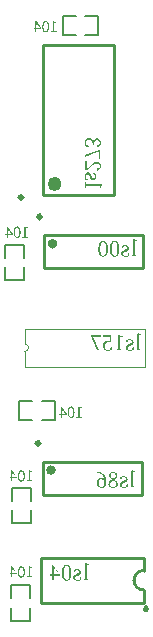
<source format=gbo>
G04 Layer: BottomSilkscreenLayer*
G04 EasyEDA v6.5.22, 2023-01-18 22:18:13*
G04 66d29df89567445d99ed279259f9073e,7be1179030e74d40a97a3c751b95adb4,10*
G04 Gerber Generator version 0.2*
G04 Scale: 100 percent, Rotated: No, Reflected: No *
G04 Dimensions in millimeters *
G04 leading zeros omitted , absolute positions ,4 integer and 5 decimal *
%FSLAX45Y45*%
%MOMM*%

%ADD10C,0.2540*%
%ADD11C,0.1001*%
%ADD12C,0.2000*%
%ADD13C,0.6000*%
%ADD14C,0.3000*%
%ADD15C,0.4000*%
%ADD16C,0.0102*%

%LPD*%
G36*
X3059684Y-2603500D02*
G01*
X3054451Y-2603855D01*
X3049524Y-2604922D01*
X3044901Y-2606649D01*
X3040583Y-2608986D01*
X3036671Y-2611983D01*
X3033166Y-2615488D01*
X3030067Y-2619603D01*
X3027476Y-2624175D01*
X3025394Y-2629204D01*
X3023870Y-2634742D01*
X3022904Y-2640634D01*
X3022600Y-2646934D01*
X3023006Y-2653944D01*
X3024174Y-2660396D01*
X3026156Y-2666288D01*
X3029051Y-2671521D01*
X3032810Y-2675991D01*
X3037484Y-2679649D01*
X3043123Y-2682443D01*
X3049778Y-2684272D01*
X3052470Y-2682544D01*
X3054350Y-2680360D01*
X3055518Y-2677769D01*
X3055874Y-2674874D01*
X3055162Y-2670962D01*
X3052876Y-2668117D01*
X3048914Y-2665984D01*
X3031490Y-2660904D01*
X3030474Y-2655214D01*
X3030220Y-2649728D01*
X3030778Y-2643174D01*
X3032404Y-2637332D01*
X3034995Y-2632354D01*
X3038500Y-2628188D01*
X3042818Y-2624886D01*
X3047898Y-2622499D01*
X3053638Y-2621026D01*
X3059938Y-2620518D01*
X3066440Y-2620975D01*
X3072282Y-2622397D01*
X3077311Y-2624785D01*
X3081528Y-2628087D01*
X3084880Y-2632354D01*
X3087370Y-2637536D01*
X3088894Y-2643682D01*
X3089402Y-2650744D01*
X3089402Y-2659888D01*
X3098292Y-2659888D01*
X3098292Y-2652268D01*
X3098749Y-2646019D01*
X3100070Y-2640431D01*
X3102254Y-2635554D01*
X3105302Y-2631490D01*
X3109163Y-2628188D01*
X3113836Y-2625801D01*
X3119272Y-2624328D01*
X3125470Y-2623820D01*
X3131210Y-2624226D01*
X3136239Y-2625445D01*
X3140506Y-2627426D01*
X3144012Y-2630170D01*
X3146755Y-2633624D01*
X3148736Y-2637739D01*
X3149955Y-2642565D01*
X3150362Y-2650083D01*
X3149955Y-2654757D01*
X3149346Y-2657348D01*
X3132886Y-2662377D01*
X3129178Y-2664612D01*
X3126943Y-2667558D01*
X3126232Y-2671572D01*
X3126587Y-2674467D01*
X3127756Y-2677007D01*
X3129889Y-2679090D01*
X3133090Y-2680716D01*
X3138982Y-2678887D01*
X3144113Y-2676042D01*
X3148431Y-2672334D01*
X3151936Y-2667914D01*
X3154680Y-2662783D01*
X3156661Y-2657094D01*
X3157829Y-2650896D01*
X3158236Y-2644394D01*
X3157626Y-2636316D01*
X3155899Y-2629103D01*
X3153156Y-2622804D01*
X3149396Y-2617520D01*
X3144723Y-2613253D01*
X3139287Y-2610154D01*
X3133090Y-2608224D01*
X3126232Y-2607564D01*
X3120796Y-2608021D01*
X3115665Y-2609342D01*
X3110890Y-2611577D01*
X3106572Y-2614625D01*
X3102711Y-2618486D01*
X3099257Y-2623210D01*
X3096361Y-2628696D01*
X3093974Y-2634996D01*
X3092043Y-2627426D01*
X3089351Y-2620975D01*
X3085896Y-2615539D01*
X3081782Y-2611170D01*
X3077057Y-2607767D01*
X3071774Y-2605379D01*
X3065932Y-2603957D01*
G37*
G36*
X3145790Y-2701544D02*
G01*
X3025140Y-2747518D01*
X3025140Y-2762504D01*
X3026918Y-2764282D01*
X3140202Y-2712466D01*
X3140202Y-2780538D01*
X3155442Y-2780538D01*
X3155442Y-2701544D01*
G37*
G36*
X3025140Y-2798318D02*
G01*
X3025140Y-2878328D01*
X3037332Y-2878328D01*
X3070606Y-2848864D01*
X3078480Y-2842209D01*
X3085795Y-2836468D01*
X3092602Y-2831642D01*
X3099003Y-2827731D01*
X3105150Y-2824734D01*
X3111093Y-2822600D01*
X3116884Y-2821330D01*
X3122676Y-2820924D01*
X3128670Y-2821381D01*
X3134055Y-2822600D01*
X3138830Y-2824683D01*
X3142792Y-2827426D01*
X3146044Y-2830880D01*
X3148380Y-2834944D01*
X3149854Y-2839618D01*
X3150362Y-2844800D01*
X3150158Y-2849524D01*
X3149346Y-2855214D01*
X3135122Y-2859278D01*
X3129330Y-2861208D01*
X3125470Y-2863545D01*
X3123336Y-2866440D01*
X3122676Y-2869946D01*
X3123082Y-2872841D01*
X3124301Y-2875432D01*
X3126232Y-2877616D01*
X3128772Y-2879344D01*
X3135680Y-2877667D01*
X3141624Y-2874772D01*
X3146704Y-2870809D01*
X3150819Y-2865983D01*
X3154070Y-2860344D01*
X3156407Y-2854096D01*
X3157778Y-2847340D01*
X3158236Y-2840228D01*
X3157931Y-2834233D01*
X3157067Y-2828798D01*
X3155696Y-2823972D01*
X3153816Y-2819654D01*
X3151428Y-2815894D01*
X3148584Y-2812643D01*
X3145332Y-2809951D01*
X3141675Y-2807716D01*
X3137662Y-2806039D01*
X3133293Y-2804871D01*
X3128619Y-2804160D01*
X3123692Y-2803906D01*
X3119526Y-2804109D01*
X3115462Y-2804769D01*
X3111449Y-2805938D01*
X3107385Y-2807563D01*
X3103168Y-2809748D01*
X3098800Y-2812491D01*
X3094126Y-2815894D01*
X3083712Y-2824581D01*
X3071215Y-2836113D01*
X3040126Y-2865882D01*
X3040126Y-2798318D01*
G37*
G36*
X3050286Y-2895600D02*
G01*
X3044850Y-2896209D01*
X3039770Y-2897987D01*
X3035046Y-2900984D01*
X3030931Y-2905150D01*
X3027476Y-2910484D01*
X3024835Y-2916936D01*
X3023209Y-2924505D01*
X3022600Y-2933192D01*
X3023057Y-2941167D01*
X3024479Y-2948482D01*
X3026765Y-2955544D01*
X3029966Y-2962656D01*
X3051302Y-2962910D01*
X3051302Y-2953512D01*
X3033268Y-2949448D01*
X3031947Y-2945892D01*
X3030982Y-2942031D01*
X3030423Y-2937865D01*
X3030220Y-2933446D01*
X3031337Y-2923540D01*
X3034538Y-2916580D01*
X3039414Y-2912465D01*
X3045714Y-2911094D01*
X3051454Y-2912110D01*
X3056026Y-2915361D01*
X3059887Y-2920949D01*
X3063494Y-2929128D01*
X3066542Y-2938272D01*
X3068675Y-2943352D01*
X3071012Y-2947974D01*
X3073704Y-2951988D01*
X3076702Y-2955442D01*
X3080105Y-2958185D01*
X3083915Y-2960217D01*
X3088182Y-2961487D01*
X3092958Y-2961894D01*
X3098190Y-2961335D01*
X3103219Y-2959709D01*
X3107791Y-2956966D01*
X3111906Y-2953207D01*
X3115310Y-2948381D01*
X3117900Y-2942590D01*
X3119577Y-2935833D01*
X3120136Y-2928112D01*
X3119628Y-2920542D01*
X3118053Y-2913684D01*
X3115513Y-2907233D01*
X3112008Y-2900934D01*
X3092450Y-2901442D01*
X3092450Y-2910332D01*
X3108960Y-2913888D01*
X3110484Y-2917494D01*
X3111601Y-2921000D01*
X3112262Y-2924556D01*
X3112516Y-2928112D01*
X3111500Y-2936341D01*
X3108553Y-2942285D01*
X3104032Y-2945942D01*
X3098292Y-2947162D01*
X3092500Y-2946146D01*
X3088132Y-2942996D01*
X3084525Y-2937306D01*
X3075787Y-2915564D01*
X3072942Y-2909976D01*
X3069844Y-2905353D01*
X3066491Y-2901696D01*
X3062884Y-2898952D01*
X3058972Y-2897073D01*
X3054807Y-2895955D01*
G37*
G36*
X3025140Y-2977896D02*
G01*
X3025140Y-3025648D01*
X3031236Y-3025648D01*
X3033268Y-3010154D01*
X3049676Y-3009950D01*
X3153664Y-3009900D01*
X3155188Y-3025648D01*
X3161030Y-3025648D01*
X3169158Y-2995676D01*
X3167634Y-2992882D01*
X3139948Y-2993898D01*
X3057906Y-2993847D01*
X3033268Y-2993390D01*
X3031236Y-2977896D01*
G37*
G36*
X3431794Y-3462782D02*
G01*
X3429000Y-3464306D01*
X3430015Y-3491992D01*
X3429965Y-3574034D01*
X3429508Y-3598672D01*
X3414014Y-3600704D01*
X3414014Y-3606800D01*
X3461765Y-3606800D01*
X3461765Y-3600704D01*
X3446272Y-3598672D01*
X3446068Y-3582263D01*
X3446018Y-3478276D01*
X3461765Y-3476751D01*
X3461765Y-3470910D01*
G37*
G36*
X3275076Y-3473704D02*
G01*
X3271265Y-3473907D01*
X3267506Y-3474567D01*
X3263798Y-3475736D01*
X3260140Y-3477310D01*
X3256635Y-3479444D01*
X3253282Y-3482035D01*
X3250082Y-3485235D01*
X3247136Y-3488944D01*
X3244392Y-3493211D01*
X3241954Y-3498087D01*
X3239770Y-3503574D01*
X3237941Y-3509721D01*
X3236468Y-3516477D01*
X3235350Y-3523894D01*
X3234690Y-3531971D01*
X3234436Y-3540760D01*
X3251962Y-3540760D01*
X3252165Y-3529736D01*
X3252825Y-3520033D01*
X3253892Y-3511702D01*
X3255314Y-3504539D01*
X3257042Y-3498494D01*
X3259023Y-3493566D01*
X3261309Y-3489553D01*
X3263798Y-3486454D01*
X3266440Y-3484219D01*
X3269234Y-3482695D01*
X3272129Y-3481832D01*
X3275076Y-3481578D01*
X3278174Y-3481832D01*
X3281172Y-3482695D01*
X3284067Y-3484219D01*
X3286810Y-3486454D01*
X3289350Y-3489553D01*
X3291687Y-3493566D01*
X3293770Y-3498494D01*
X3295548Y-3504539D01*
X3296970Y-3511702D01*
X3298037Y-3520033D01*
X3298698Y-3529736D01*
X3298951Y-3540760D01*
X3298698Y-3552139D01*
X3298037Y-3562096D01*
X3296970Y-3570732D01*
X3295548Y-3578148D01*
X3293770Y-3584346D01*
X3291687Y-3589426D01*
X3289350Y-3593541D01*
X3286810Y-3596690D01*
X3284067Y-3599027D01*
X3281172Y-3600551D01*
X3278174Y-3601465D01*
X3275076Y-3601720D01*
X3272129Y-3601415D01*
X3269234Y-3600551D01*
X3266440Y-3598976D01*
X3263798Y-3596640D01*
X3261309Y-3593439D01*
X3259023Y-3589324D01*
X3257042Y-3584194D01*
X3255314Y-3577996D01*
X3253892Y-3570630D01*
X3252825Y-3562045D01*
X3252165Y-3552088D01*
X3251962Y-3540760D01*
X3234436Y-3540760D01*
X3234690Y-3549802D01*
X3235350Y-3558133D01*
X3236468Y-3565753D01*
X3237941Y-3572713D01*
X3239770Y-3578961D01*
X3241954Y-3584549D01*
X3244392Y-3589528D01*
X3247136Y-3593896D01*
X3250082Y-3597706D01*
X3253282Y-3600907D01*
X3256635Y-3603548D01*
X3260140Y-3605682D01*
X3263798Y-3607308D01*
X3267506Y-3608476D01*
X3271265Y-3609136D01*
X3275076Y-3609340D01*
X3278987Y-3609136D01*
X3282899Y-3608476D01*
X3286709Y-3607308D01*
X3290417Y-3605682D01*
X3293973Y-3603548D01*
X3297377Y-3600907D01*
X3300577Y-3597706D01*
X3303574Y-3593896D01*
X3306318Y-3589528D01*
X3308756Y-3584549D01*
X3310940Y-3578961D01*
X3312769Y-3572713D01*
X3314242Y-3565753D01*
X3315309Y-3558133D01*
X3315970Y-3549802D01*
X3316224Y-3540760D01*
X3315970Y-3531971D01*
X3315309Y-3523894D01*
X3314242Y-3516477D01*
X3312769Y-3509721D01*
X3310940Y-3503574D01*
X3308756Y-3498087D01*
X3306318Y-3493211D01*
X3303574Y-3488944D01*
X3300577Y-3485235D01*
X3297377Y-3482035D01*
X3293973Y-3479444D01*
X3290417Y-3477310D01*
X3286709Y-3475736D01*
X3282899Y-3474567D01*
X3278987Y-3473907D01*
G37*
G36*
X3177540Y-3473704D02*
G01*
X3173679Y-3473907D01*
X3169869Y-3474567D01*
X3166160Y-3475736D01*
X3162503Y-3477310D01*
X3158998Y-3479444D01*
X3155645Y-3482035D01*
X3152444Y-3485235D01*
X3149498Y-3488944D01*
X3146806Y-3493211D01*
X3144316Y-3498087D01*
X3142183Y-3503574D01*
X3140354Y-3509721D01*
X3138881Y-3516477D01*
X3137814Y-3523894D01*
X3137154Y-3531971D01*
X3136900Y-3540760D01*
X3154426Y-3540760D01*
X3154629Y-3529736D01*
X3155289Y-3520033D01*
X3156356Y-3511702D01*
X3157778Y-3504539D01*
X3159506Y-3498494D01*
X3161487Y-3493566D01*
X3163773Y-3489553D01*
X3166262Y-3486454D01*
X3168904Y-3484219D01*
X3171698Y-3482695D01*
X3174593Y-3481832D01*
X3177540Y-3481578D01*
X3180638Y-3481832D01*
X3183636Y-3482695D01*
X3186531Y-3484219D01*
X3189274Y-3486454D01*
X3191814Y-3489553D01*
X3194151Y-3493566D01*
X3196234Y-3498494D01*
X3198012Y-3504539D01*
X3199434Y-3511702D01*
X3200501Y-3520033D01*
X3201162Y-3529736D01*
X3201416Y-3540760D01*
X3201162Y-3552139D01*
X3200501Y-3562096D01*
X3199434Y-3570732D01*
X3198012Y-3578148D01*
X3196234Y-3584346D01*
X3194151Y-3589426D01*
X3191814Y-3593541D01*
X3189274Y-3596690D01*
X3186531Y-3599027D01*
X3183636Y-3600551D01*
X3180638Y-3601465D01*
X3177540Y-3601720D01*
X3174593Y-3601415D01*
X3171698Y-3600551D01*
X3168904Y-3598976D01*
X3166262Y-3596640D01*
X3163773Y-3593439D01*
X3161487Y-3589324D01*
X3159506Y-3584194D01*
X3157778Y-3577996D01*
X3156356Y-3570630D01*
X3155289Y-3562045D01*
X3154629Y-3552088D01*
X3154426Y-3540760D01*
X3136900Y-3540760D01*
X3137154Y-3549802D01*
X3137814Y-3558133D01*
X3138881Y-3565753D01*
X3140354Y-3572713D01*
X3142183Y-3578961D01*
X3144316Y-3584549D01*
X3146806Y-3589528D01*
X3149498Y-3593896D01*
X3152444Y-3597706D01*
X3155645Y-3600907D01*
X3158998Y-3603548D01*
X3162503Y-3605682D01*
X3166160Y-3607308D01*
X3169869Y-3608476D01*
X3173679Y-3609136D01*
X3177540Y-3609340D01*
X3181451Y-3609136D01*
X3185261Y-3608476D01*
X3189071Y-3607308D01*
X3192729Y-3605682D01*
X3196234Y-3603548D01*
X3199638Y-3600907D01*
X3202838Y-3597706D01*
X3205784Y-3593896D01*
X3208528Y-3589528D01*
X3210966Y-3584549D01*
X3213150Y-3578961D01*
X3214979Y-3572713D01*
X3216452Y-3565753D01*
X3217519Y-3558133D01*
X3218180Y-3549802D01*
X3218434Y-3540760D01*
X3218180Y-3531971D01*
X3217519Y-3523894D01*
X3216452Y-3516477D01*
X3214979Y-3509721D01*
X3213150Y-3503574D01*
X3210966Y-3498087D01*
X3208528Y-3493211D01*
X3205784Y-3488944D01*
X3202838Y-3485235D01*
X3199638Y-3482035D01*
X3196234Y-3479444D01*
X3192729Y-3477310D01*
X3189071Y-3475736D01*
X3185261Y-3474567D01*
X3181451Y-3473907D01*
G37*
G36*
X3364229Y-3511804D02*
G01*
X3356660Y-3512312D01*
X3349802Y-3513886D01*
X3343351Y-3516426D01*
X3337051Y-3519932D01*
X3337560Y-3539490D01*
X3346450Y-3539490D01*
X3350006Y-3522979D01*
X3353562Y-3521456D01*
X3357118Y-3520338D01*
X3360674Y-3519678D01*
X3364229Y-3519424D01*
X3372459Y-3520440D01*
X3378403Y-3523386D01*
X3382060Y-3527907D01*
X3383279Y-3533648D01*
X3382264Y-3539439D01*
X3379063Y-3543808D01*
X3373424Y-3547414D01*
X3351682Y-3556152D01*
X3346094Y-3558997D01*
X3341471Y-3562096D01*
X3337814Y-3565448D01*
X3335070Y-3569055D01*
X3333191Y-3572967D01*
X3332073Y-3577132D01*
X3331718Y-3581654D01*
X3332327Y-3587089D01*
X3334105Y-3592169D01*
X3337102Y-3596894D01*
X3341268Y-3601008D01*
X3346602Y-3604463D01*
X3353054Y-3607104D01*
X3360623Y-3608730D01*
X3369310Y-3609340D01*
X3377285Y-3608882D01*
X3384600Y-3607460D01*
X3391662Y-3605174D01*
X3398774Y-3601974D01*
X3399028Y-3580637D01*
X3389629Y-3580637D01*
X3385565Y-3598672D01*
X3382010Y-3599992D01*
X3378149Y-3600958D01*
X3373983Y-3601516D01*
X3369564Y-3601720D01*
X3359658Y-3600602D01*
X3352647Y-3597401D01*
X3348583Y-3592525D01*
X3347212Y-3586226D01*
X3348228Y-3580485D01*
X3351377Y-3575913D01*
X3356965Y-3572052D01*
X3365246Y-3568446D01*
X3374390Y-3565398D01*
X3379470Y-3563264D01*
X3384092Y-3560927D01*
X3388106Y-3558235D01*
X3391509Y-3555237D01*
X3394303Y-3551834D01*
X3396335Y-3548024D01*
X3397605Y-3543757D01*
X3398012Y-3538982D01*
X3397453Y-3533749D01*
X3395827Y-3528720D01*
X3393084Y-3524148D01*
X3389325Y-3520033D01*
X3384499Y-3516629D01*
X3378708Y-3514039D01*
X3371951Y-3512362D01*
G37*
G36*
X3469894Y-4258564D02*
G01*
X3467100Y-4260088D01*
X3468115Y-4287774D01*
X3468065Y-4369816D01*
X3467608Y-4394454D01*
X3452114Y-4396486D01*
X3452114Y-4402582D01*
X3499865Y-4402582D01*
X3499865Y-4396486D01*
X3484372Y-4394454D01*
X3484168Y-4378045D01*
X3484118Y-4274058D01*
X3499865Y-4272534D01*
X3499865Y-4266692D01*
G37*
G36*
X3305556Y-4270248D02*
G01*
X3302762Y-4272280D01*
X3303524Y-4300220D01*
X3303473Y-4377029D01*
X3303270Y-4392676D01*
X3275838Y-4396486D01*
X3275838Y-4402582D01*
X3347720Y-4402582D01*
X3347720Y-4396486D01*
X3320034Y-4392676D01*
X3319526Y-4361434D01*
X3319526Y-4284980D01*
X3345434Y-4287520D01*
X3345434Y-4280662D01*
G37*
G36*
X3179064Y-4272280D02*
G01*
X3179064Y-4287520D01*
X3235198Y-4287520D01*
X3237738Y-4324350D01*
X3232861Y-4323080D01*
X3228035Y-4322165D01*
X3223107Y-4321708D01*
X3217926Y-4321556D01*
X3211779Y-4321860D01*
X3205988Y-4322775D01*
X3200603Y-4324248D01*
X3195624Y-4326331D01*
X3191154Y-4328972D01*
X3187192Y-4332173D01*
X3183737Y-4335932D01*
X3180842Y-4340199D01*
X3178556Y-4345025D01*
X3176879Y-4350359D01*
X3175863Y-4356150D01*
X3175508Y-4362450D01*
X3175863Y-4368647D01*
X3176930Y-4374438D01*
X3178708Y-4379823D01*
X3181146Y-4384802D01*
X3184194Y-4389323D01*
X3187852Y-4393336D01*
X3192119Y-4396790D01*
X3196894Y-4399686D01*
X3202178Y-4402023D01*
X3207969Y-4403750D01*
X3214268Y-4404766D01*
X3220974Y-4405122D01*
X3227984Y-4404715D01*
X3234334Y-4403394D01*
X3239973Y-4401261D01*
X3244951Y-4398314D01*
X3249168Y-4394454D01*
X3252673Y-4389780D01*
X3255365Y-4384294D01*
X3257296Y-4377944D01*
X3255670Y-4375302D01*
X3253536Y-4373372D01*
X3250946Y-4372203D01*
X3247898Y-4371848D01*
X3244240Y-4372406D01*
X3241446Y-4374438D01*
X3239312Y-4378147D01*
X3234182Y-4395724D01*
X3228187Y-4397095D01*
X3221990Y-4397502D01*
X3215233Y-4396892D01*
X3209340Y-4395165D01*
X3204311Y-4392320D01*
X3200095Y-4388459D01*
X3196844Y-4383633D01*
X3194456Y-4377893D01*
X3193034Y-4371340D01*
X3192526Y-4363974D01*
X3193084Y-4356709D01*
X3194659Y-4350308D01*
X3197301Y-4344822D01*
X3200806Y-4340250D01*
X3205226Y-4336694D01*
X3210407Y-4334052D01*
X3216351Y-4332478D01*
X3223006Y-4331970D01*
X3227628Y-4332122D01*
X3232302Y-4332579D01*
X3237026Y-4333341D01*
X3241802Y-4334510D01*
X3246628Y-4332986D01*
X3242564Y-4272280D01*
G37*
G36*
X3078226Y-4272280D02*
G01*
X3078226Y-4281932D01*
X3124200Y-4402582D01*
X3139186Y-4402582D01*
X3140964Y-4400804D01*
X3088894Y-4287520D01*
X3157220Y-4287520D01*
X3157220Y-4272280D01*
G37*
G36*
X3402329Y-4307586D02*
G01*
X3394760Y-4308094D01*
X3387902Y-4309668D01*
X3381451Y-4312208D01*
X3375151Y-4315714D01*
X3375660Y-4335272D01*
X3384550Y-4335272D01*
X3388106Y-4318762D01*
X3391662Y-4317238D01*
X3395218Y-4316120D01*
X3398774Y-4315460D01*
X3402329Y-4315206D01*
X3410559Y-4316272D01*
X3416503Y-4319168D01*
X3420160Y-4323689D01*
X3421379Y-4329430D01*
X3420364Y-4335221D01*
X3417163Y-4339590D01*
X3411524Y-4343196D01*
X3389782Y-4351934D01*
X3384194Y-4354779D01*
X3379571Y-4357878D01*
X3375914Y-4361230D01*
X3373170Y-4364837D01*
X3371291Y-4368749D01*
X3370173Y-4372914D01*
X3369818Y-4377436D01*
X3370427Y-4382871D01*
X3372205Y-4388002D01*
X3375202Y-4392676D01*
X3379368Y-4396790D01*
X3384702Y-4400245D01*
X3391154Y-4402886D01*
X3398723Y-4404512D01*
X3407410Y-4405122D01*
X3415385Y-4404664D01*
X3422700Y-4403242D01*
X3429762Y-4400956D01*
X3436874Y-4397756D01*
X3437128Y-4376420D01*
X3427729Y-4376420D01*
X3423665Y-4394454D01*
X3420110Y-4395774D01*
X3416249Y-4396740D01*
X3412083Y-4397298D01*
X3407664Y-4397502D01*
X3397758Y-4396384D01*
X3390747Y-4393184D01*
X3386683Y-4388307D01*
X3385312Y-4382008D01*
X3386328Y-4376267D01*
X3389477Y-4371695D01*
X3395065Y-4367834D01*
X3403346Y-4364228D01*
X3412490Y-4361180D01*
X3417570Y-4359046D01*
X3422192Y-4356709D01*
X3426206Y-4354017D01*
X3429609Y-4351020D01*
X3432403Y-4347616D01*
X3434435Y-4343806D01*
X3435705Y-4339539D01*
X3436112Y-4334764D01*
X3435553Y-4329531D01*
X3433927Y-4324502D01*
X3431184Y-4319930D01*
X3427425Y-4315815D01*
X3422599Y-4312412D01*
X3416808Y-4309821D01*
X3410051Y-4308195D01*
G37*
G36*
X3419094Y-5418582D02*
G01*
X3416300Y-5420106D01*
X3417315Y-5447792D01*
X3417265Y-5529834D01*
X3416808Y-5554472D01*
X3401314Y-5556504D01*
X3401314Y-5562600D01*
X3449065Y-5562600D01*
X3449065Y-5556504D01*
X3433572Y-5554472D01*
X3433368Y-5538063D01*
X3433318Y-5434076D01*
X3449065Y-5432552D01*
X3449065Y-5426710D01*
G37*
G36*
X3262122Y-5429504D02*
G01*
X3254806Y-5430113D01*
X3248253Y-5431790D01*
X3242564Y-5434533D01*
X3237788Y-5438190D01*
X3233928Y-5442661D01*
X3231134Y-5447842D01*
X3229457Y-5453634D01*
X3228872Y-5459730D01*
X3242564Y-5459730D01*
X3243935Y-5451297D01*
X3247847Y-5444185D01*
X3254146Y-5439206D01*
X3262629Y-5437378D01*
X3270808Y-5438851D01*
X3277565Y-5443067D01*
X3282238Y-5449722D01*
X3283965Y-5458460D01*
X3283712Y-5462524D01*
X3282797Y-5466537D01*
X3281222Y-5470550D01*
X3278784Y-5474512D01*
X3275380Y-5478424D01*
X3270910Y-5482285D01*
X3265271Y-5486146D01*
X3258312Y-5489956D01*
X3250946Y-5483301D01*
X3246069Y-5476392D01*
X3243376Y-5468670D01*
X3242564Y-5459730D01*
X3228872Y-5459730D01*
X3229102Y-5463946D01*
X3229965Y-5468010D01*
X3231489Y-5472176D01*
X3233775Y-5476392D01*
X3236874Y-5480558D01*
X3240938Y-5484723D01*
X3246018Y-5488787D01*
X3252215Y-5492750D01*
X3245205Y-5496407D01*
X3239211Y-5500268D01*
X3234131Y-5504332D01*
X3230067Y-5508701D01*
X3226968Y-5513476D01*
X3224733Y-5518658D01*
X3223463Y-5524347D01*
X3223006Y-5530596D01*
X3223187Y-5533136D01*
X3238500Y-5533136D01*
X3238855Y-5528818D01*
X3239973Y-5524703D01*
X3241954Y-5520740D01*
X3244900Y-5516930D01*
X3248964Y-5513120D01*
X3254146Y-5509361D01*
X3260598Y-5505551D01*
X3268472Y-5501640D01*
X3272942Y-5504637D01*
X3276752Y-5507685D01*
X3280003Y-5510885D01*
X3282645Y-5514289D01*
X3284677Y-5517997D01*
X3286099Y-5522010D01*
X3286963Y-5526481D01*
X3287268Y-5531358D01*
X3286810Y-5536996D01*
X3285439Y-5542127D01*
X3283254Y-5546648D01*
X3280308Y-5550458D01*
X3276650Y-5553557D01*
X3272383Y-5555843D01*
X3267506Y-5557266D01*
X3262122Y-5557774D01*
X3257042Y-5557316D01*
X3252419Y-5555996D01*
X3248406Y-5553862D01*
X3245002Y-5550966D01*
X3242208Y-5547410D01*
X3240176Y-5543194D01*
X3238906Y-5538419D01*
X3238500Y-5533136D01*
X3223187Y-5533136D01*
X3223361Y-5535574D01*
X3224377Y-5540298D01*
X3226003Y-5544667D01*
X3228187Y-5548680D01*
X3230981Y-5552338D01*
X3234232Y-5555589D01*
X3237992Y-5558383D01*
X3242208Y-5560771D01*
X3246780Y-5562650D01*
X3251758Y-5564022D01*
X3257042Y-5564835D01*
X3262629Y-5565140D01*
X3268421Y-5564886D01*
X3273907Y-5564174D01*
X3278987Y-5563057D01*
X3283661Y-5561431D01*
X3287877Y-5559348D01*
X3291636Y-5556859D01*
X3294938Y-5553913D01*
X3297682Y-5550560D01*
X3299866Y-5546801D01*
X3301441Y-5542635D01*
X3302406Y-5538063D01*
X3302762Y-5533136D01*
X3302304Y-5527700D01*
X3300984Y-5522671D01*
X3298748Y-5517946D01*
X3295599Y-5513578D01*
X3291636Y-5509463D01*
X3286810Y-5505653D01*
X3281121Y-5501995D01*
X3274567Y-5498592D01*
X3280511Y-5494934D01*
X3285540Y-5491022D01*
X3289706Y-5486857D01*
X3293008Y-5482386D01*
X3295548Y-5477713D01*
X3297326Y-5472734D01*
X3298342Y-5467502D01*
X3298698Y-5462016D01*
X3297936Y-5454853D01*
X3295853Y-5448452D01*
X3292500Y-5442915D01*
X3288029Y-5438241D01*
X3282645Y-5434482D01*
X3276396Y-5431739D01*
X3269538Y-5430062D01*
G37*
G36*
X3131058Y-5429504D02*
G01*
X3130042Y-5434838D01*
X3136798Y-5436616D01*
X3143046Y-5438648D01*
X3148939Y-5440934D01*
X3154375Y-5443524D01*
X3159353Y-5446369D01*
X3163976Y-5449468D01*
X3168142Y-5452872D01*
X3171901Y-5456580D01*
X3175304Y-5460492D01*
X3178302Y-5464708D01*
X3180943Y-5469229D01*
X3183178Y-5474004D01*
X3185007Y-5479034D01*
X3186531Y-5484368D01*
X3187649Y-5489956D01*
X3188462Y-5495798D01*
X3182010Y-5490260D01*
X3174949Y-5486196D01*
X3167380Y-5483707D01*
X3159506Y-5482844D01*
X3154324Y-5483148D01*
X3149447Y-5484114D01*
X3144926Y-5485638D01*
X3140811Y-5487720D01*
X3137052Y-5490362D01*
X3133750Y-5493562D01*
X3130854Y-5497220D01*
X3128416Y-5501335D01*
X3126486Y-5505907D01*
X3125114Y-5510885D01*
X3124250Y-5516219D01*
X3123946Y-5521960D01*
X3124110Y-5525008D01*
X3140710Y-5525008D01*
X3141116Y-5517388D01*
X3142386Y-5510885D01*
X3144418Y-5505450D01*
X3147110Y-5501081D01*
X3150463Y-5497728D01*
X3154426Y-5495340D01*
X3158896Y-5493969D01*
X3163824Y-5493512D01*
X3170224Y-5494020D01*
X3176676Y-5495645D01*
X3183026Y-5498541D01*
X3188970Y-5502910D01*
X3188766Y-5514797D01*
X3188157Y-5522214D01*
X3187192Y-5528919D01*
X3185871Y-5534914D01*
X3184194Y-5540197D01*
X3182162Y-5544769D01*
X3179775Y-5548680D01*
X3177082Y-5551881D01*
X3174085Y-5554319D01*
X3170783Y-5556097D01*
X3167176Y-5557164D01*
X3163316Y-5557520D01*
X3158540Y-5557012D01*
X3154222Y-5555488D01*
X3150362Y-5552998D01*
X3147060Y-5549442D01*
X3144367Y-5544870D01*
X3142386Y-5539282D01*
X3141116Y-5532678D01*
X3140710Y-5525008D01*
X3124110Y-5525008D01*
X3124301Y-5528564D01*
X3125266Y-5534660D01*
X3126892Y-5540298D01*
X3129076Y-5545328D01*
X3131870Y-5549849D01*
X3135122Y-5553862D01*
X3138881Y-5557215D01*
X3143097Y-5560060D01*
X3147720Y-5562244D01*
X3152749Y-5563870D01*
X3158134Y-5564835D01*
X3163824Y-5565140D01*
X3170072Y-5564733D01*
X3175965Y-5563412D01*
X3181350Y-5561330D01*
X3186277Y-5558434D01*
X3190697Y-5554776D01*
X3194608Y-5550357D01*
X3198012Y-5545175D01*
X3200806Y-5539333D01*
X3203041Y-5532780D01*
X3204667Y-5525566D01*
X3205632Y-5517743D01*
X3205988Y-5509260D01*
X3205784Y-5503265D01*
X3205175Y-5497423D01*
X3204210Y-5491683D01*
X3202787Y-5486095D01*
X3201009Y-5480710D01*
X3198876Y-5475427D01*
X3196336Y-5470398D01*
X3193440Y-5465521D01*
X3190189Y-5460898D01*
X3186531Y-5456529D01*
X3182518Y-5452414D01*
X3178149Y-5448554D01*
X3173476Y-5444998D01*
X3168396Y-5441746D01*
X3163011Y-5438800D01*
X3157270Y-5436209D01*
X3151225Y-5433923D01*
X3144824Y-5432094D01*
X3138119Y-5430570D01*
G37*
G36*
X3351529Y-5467604D02*
G01*
X3343960Y-5468112D01*
X3337102Y-5469686D01*
X3330651Y-5472226D01*
X3324351Y-5475732D01*
X3324860Y-5495290D01*
X3333750Y-5495290D01*
X3337306Y-5478780D01*
X3340862Y-5477256D01*
X3344418Y-5476138D01*
X3347974Y-5475478D01*
X3351529Y-5475224D01*
X3359759Y-5476290D01*
X3365703Y-5479186D01*
X3369360Y-5483707D01*
X3370579Y-5489448D01*
X3369564Y-5495239D01*
X3366363Y-5499608D01*
X3360724Y-5503214D01*
X3338982Y-5511952D01*
X3333394Y-5514797D01*
X3328771Y-5517896D01*
X3325114Y-5521248D01*
X3322370Y-5524855D01*
X3320491Y-5528767D01*
X3319373Y-5532932D01*
X3319018Y-5537454D01*
X3319627Y-5542889D01*
X3321405Y-5548020D01*
X3324402Y-5552694D01*
X3328568Y-5556808D01*
X3333902Y-5560263D01*
X3340354Y-5562904D01*
X3347923Y-5564530D01*
X3356610Y-5565140D01*
X3364585Y-5564682D01*
X3371900Y-5563260D01*
X3378962Y-5560974D01*
X3386074Y-5557774D01*
X3386328Y-5536438D01*
X3376929Y-5536438D01*
X3372865Y-5554472D01*
X3369310Y-5555792D01*
X3365449Y-5556758D01*
X3361283Y-5557316D01*
X3356864Y-5557520D01*
X3346958Y-5556402D01*
X3339947Y-5553202D01*
X3335883Y-5548325D01*
X3334512Y-5542026D01*
X3335528Y-5536285D01*
X3338677Y-5531713D01*
X3344265Y-5527852D01*
X3352546Y-5524246D01*
X3361690Y-5521198D01*
X3366770Y-5519064D01*
X3371392Y-5516727D01*
X3375406Y-5514035D01*
X3378809Y-5511038D01*
X3381603Y-5507634D01*
X3383635Y-5503824D01*
X3384905Y-5499557D01*
X3385312Y-5494782D01*
X3384753Y-5489549D01*
X3383127Y-5484520D01*
X3380384Y-5479948D01*
X3376625Y-5475884D01*
X3371799Y-5472430D01*
X3366008Y-5469839D01*
X3359251Y-5468213D01*
G37*
G36*
X3025394Y-6205982D02*
G01*
X3022600Y-6207506D01*
X3023616Y-6235192D01*
X3023565Y-6317234D01*
X3023108Y-6341872D01*
X3007614Y-6343904D01*
X3007614Y-6350000D01*
X3055366Y-6350000D01*
X3055366Y-6343904D01*
X3039872Y-6341872D01*
X3039668Y-6325463D01*
X3039618Y-6221476D01*
X3055366Y-6219952D01*
X3055366Y-6214110D01*
G37*
G36*
X2868676Y-6216904D02*
G01*
X2864866Y-6217107D01*
X2861106Y-6217767D01*
X2857398Y-6218936D01*
X2853740Y-6220510D01*
X2850235Y-6222644D01*
X2846882Y-6225235D01*
X2843682Y-6228435D01*
X2840736Y-6232144D01*
X2837992Y-6236411D01*
X2835554Y-6241288D01*
X2833370Y-6246774D01*
X2831541Y-6252921D01*
X2830068Y-6259677D01*
X2828950Y-6267094D01*
X2828290Y-6275171D01*
X2828036Y-6283960D01*
X2845562Y-6283960D01*
X2845765Y-6272936D01*
X2846425Y-6263233D01*
X2847492Y-6254902D01*
X2848914Y-6247739D01*
X2850642Y-6241694D01*
X2852623Y-6236766D01*
X2854909Y-6232753D01*
X2857398Y-6229654D01*
X2860040Y-6227419D01*
X2862834Y-6225895D01*
X2865729Y-6225032D01*
X2868676Y-6224778D01*
X2871774Y-6225032D01*
X2874772Y-6225895D01*
X2877667Y-6227419D01*
X2880410Y-6229654D01*
X2882950Y-6232753D01*
X2885287Y-6236766D01*
X2887370Y-6241694D01*
X2889148Y-6247739D01*
X2890570Y-6254902D01*
X2891637Y-6263233D01*
X2892298Y-6272936D01*
X2892552Y-6283960D01*
X2892298Y-6295339D01*
X2891637Y-6305296D01*
X2890570Y-6313932D01*
X2889148Y-6321348D01*
X2887370Y-6327546D01*
X2885287Y-6332626D01*
X2882950Y-6336741D01*
X2880410Y-6339890D01*
X2877667Y-6342227D01*
X2874772Y-6343751D01*
X2871774Y-6344666D01*
X2868676Y-6344920D01*
X2865729Y-6344615D01*
X2862834Y-6343751D01*
X2860040Y-6342176D01*
X2857398Y-6339840D01*
X2854909Y-6336639D01*
X2852623Y-6332524D01*
X2850642Y-6327394D01*
X2848914Y-6321196D01*
X2847492Y-6313830D01*
X2846425Y-6305245D01*
X2845765Y-6295288D01*
X2845562Y-6283960D01*
X2828036Y-6283960D01*
X2828290Y-6293002D01*
X2828950Y-6301333D01*
X2830068Y-6308953D01*
X2831541Y-6315913D01*
X2833370Y-6322161D01*
X2835554Y-6327749D01*
X2837992Y-6332728D01*
X2840736Y-6337096D01*
X2843682Y-6340906D01*
X2846882Y-6344107D01*
X2850235Y-6346748D01*
X2853740Y-6348882D01*
X2857398Y-6350508D01*
X2861106Y-6351676D01*
X2864866Y-6352336D01*
X2868676Y-6352540D01*
X2872587Y-6352336D01*
X2876499Y-6351676D01*
X2880309Y-6350508D01*
X2884017Y-6348882D01*
X2887573Y-6346748D01*
X2890977Y-6344107D01*
X2894177Y-6340906D01*
X2897174Y-6337096D01*
X2899918Y-6332728D01*
X2902356Y-6327749D01*
X2904540Y-6322161D01*
X2906369Y-6315913D01*
X2907842Y-6308953D01*
X2908909Y-6301333D01*
X2909570Y-6293002D01*
X2909824Y-6283960D01*
X2909570Y-6275171D01*
X2908909Y-6267094D01*
X2907842Y-6259677D01*
X2906369Y-6252921D01*
X2904540Y-6246774D01*
X2902356Y-6241288D01*
X2899918Y-6236411D01*
X2897174Y-6232144D01*
X2894177Y-6228435D01*
X2890977Y-6225235D01*
X2887573Y-6222644D01*
X2884017Y-6220510D01*
X2880309Y-6218936D01*
X2876499Y-6217767D01*
X2872587Y-6217107D01*
G37*
G36*
X2746248Y-6217666D02*
G01*
X2746248Y-6235954D01*
X2761996Y-6235954D01*
X2804922Y-6298184D01*
X2761996Y-6298184D01*
X2761996Y-6235954D01*
X2746248Y-6235954D01*
X2746248Y-6298184D01*
X2725674Y-6298184D01*
X2725674Y-6309360D01*
X2746248Y-6309360D01*
X2746248Y-6350000D01*
X2761996Y-6350000D01*
X2761996Y-6309360D01*
X2814828Y-6309360D01*
X2814828Y-6299962D01*
X2757170Y-6217666D01*
G37*
G36*
X2957830Y-6255004D02*
G01*
X2950260Y-6255512D01*
X2943402Y-6257086D01*
X2936951Y-6259626D01*
X2930652Y-6263132D01*
X2931160Y-6282690D01*
X2940050Y-6282690D01*
X2943606Y-6266180D01*
X2947162Y-6264656D01*
X2950718Y-6263538D01*
X2954223Y-6262878D01*
X2957830Y-6262624D01*
X2966059Y-6263640D01*
X2972003Y-6266586D01*
X2975660Y-6271107D01*
X2976880Y-6276848D01*
X2975864Y-6282639D01*
X2972663Y-6287008D01*
X2967024Y-6290614D01*
X2945282Y-6299352D01*
X2939694Y-6302197D01*
X2935071Y-6305296D01*
X2931414Y-6308648D01*
X2928670Y-6312255D01*
X2926791Y-6316167D01*
X2925673Y-6320332D01*
X2925318Y-6324854D01*
X2925927Y-6330289D01*
X2927705Y-6335369D01*
X2930702Y-6340094D01*
X2934868Y-6344208D01*
X2940202Y-6347663D01*
X2946654Y-6350304D01*
X2954223Y-6351930D01*
X2962910Y-6352540D01*
X2970885Y-6352082D01*
X2978200Y-6350660D01*
X2985262Y-6348374D01*
X2992374Y-6345174D01*
X2992628Y-6323838D01*
X2983230Y-6323838D01*
X2979166Y-6341872D01*
X2975610Y-6343192D01*
X2971749Y-6344158D01*
X2967583Y-6344716D01*
X2963164Y-6344920D01*
X2953258Y-6343802D01*
X2946247Y-6340602D01*
X2942183Y-6335725D01*
X2940812Y-6329426D01*
X2941828Y-6323685D01*
X2944977Y-6319113D01*
X2950565Y-6315252D01*
X2958846Y-6311646D01*
X2967990Y-6308598D01*
X2973070Y-6306464D01*
X2977692Y-6304127D01*
X2981706Y-6301435D01*
X2985109Y-6298438D01*
X2987903Y-6295034D01*
X2989935Y-6291224D01*
X2991154Y-6286957D01*
X2991612Y-6282182D01*
X2991053Y-6276949D01*
X2989427Y-6271920D01*
X2986684Y-6267348D01*
X2982925Y-6263233D01*
X2978099Y-6259830D01*
X2972308Y-6257239D01*
X2965551Y-6255562D01*
G37*
G36*
X2691130Y-1612900D02*
G01*
X2686913Y-1613204D01*
X2682951Y-1614220D01*
X2679344Y-1615846D01*
X2676042Y-1618132D01*
X2673045Y-1621078D01*
X2670454Y-1624685D01*
X2668219Y-1628952D01*
X2666339Y-1633931D01*
X2664866Y-1639570D01*
X2663799Y-1645920D01*
X2663139Y-1652930D01*
X2662936Y-1660652D01*
X2672842Y-1660652D01*
X2673197Y-1651152D01*
X2674162Y-1643024D01*
X2675737Y-1636268D01*
X2677871Y-1630781D01*
X2680563Y-1626565D01*
X2683662Y-1623618D01*
X2687218Y-1621840D01*
X2691130Y-1621282D01*
X2695143Y-1621840D01*
X2698750Y-1623618D01*
X2701899Y-1626565D01*
X2704592Y-1630781D01*
X2706725Y-1636268D01*
X2708351Y-1643024D01*
X2709316Y-1651152D01*
X2709672Y-1660652D01*
X2709316Y-1670253D01*
X2708351Y-1678482D01*
X2706725Y-1685391D01*
X2704592Y-1691030D01*
X2701899Y-1695297D01*
X2698750Y-1698345D01*
X2695143Y-1700174D01*
X2691130Y-1700784D01*
X2687218Y-1700174D01*
X2683662Y-1698345D01*
X2680563Y-1695297D01*
X2677871Y-1691030D01*
X2675737Y-1685391D01*
X2674162Y-1678482D01*
X2673197Y-1670253D01*
X2672842Y-1660652D01*
X2662936Y-1660652D01*
X2663139Y-1668373D01*
X2663799Y-1675434D01*
X2664866Y-1681835D01*
X2666339Y-1687575D01*
X2668219Y-1692605D01*
X2670454Y-1697024D01*
X2673045Y-1700733D01*
X2676042Y-1703781D01*
X2679344Y-1706118D01*
X2682951Y-1707794D01*
X2686913Y-1708810D01*
X2691130Y-1709166D01*
X2695346Y-1708810D01*
X2699359Y-1707794D01*
X2703017Y-1706118D01*
X2706370Y-1703781D01*
X2709367Y-1700733D01*
X2712059Y-1697024D01*
X2714345Y-1692605D01*
X2716276Y-1687575D01*
X2717800Y-1681835D01*
X2718917Y-1675434D01*
X2719578Y-1668373D01*
X2719832Y-1660652D01*
X2719578Y-1652930D01*
X2718917Y-1645920D01*
X2717800Y-1639570D01*
X2716276Y-1633931D01*
X2714345Y-1628952D01*
X2712059Y-1624685D01*
X2709367Y-1621078D01*
X2706370Y-1618132D01*
X2703017Y-1615846D01*
X2699359Y-1614220D01*
X2695346Y-1613204D01*
G37*
G36*
X2753360Y-1614424D02*
G01*
X2753360Y-1698752D01*
X2734564Y-1698752D01*
X2734564Y-1707388D01*
X2784602Y-1707388D01*
X2784602Y-1698752D01*
X2763520Y-1698752D01*
X2763520Y-1627632D01*
X2780030Y-1627632D01*
X2780030Y-1620774D01*
X2774340Y-1619554D01*
X2769412Y-1618081D01*
X2765044Y-1616405D01*
X2761234Y-1614424D01*
G37*
G36*
X2603500Y-1614424D02*
G01*
X2603500Y-1626616D01*
X2613152Y-1626616D01*
X2616657Y-1633220D01*
X2620518Y-1639824D01*
X2642870Y-1673352D01*
X2613152Y-1673352D01*
X2613101Y-1639112D01*
X2612390Y-1626616D01*
X2603500Y-1626616D01*
X2603500Y-1673352D01*
X2590800Y-1673352D01*
X2590800Y-1681480D01*
X2603500Y-1681480D01*
X2603500Y-1707388D01*
X2613152Y-1707388D01*
X2613152Y-1681480D01*
X2653792Y-1681480D01*
X2653792Y-1674875D01*
X2614422Y-1614424D01*
G37*
G36*
X2449830Y-3352800D02*
G01*
X2445613Y-3353104D01*
X2441651Y-3354120D01*
X2438044Y-3355746D01*
X2434742Y-3358032D01*
X2431796Y-3360978D01*
X2429154Y-3364585D01*
X2426919Y-3368852D01*
X2425039Y-3373831D01*
X2423566Y-3379470D01*
X2422499Y-3385820D01*
X2421839Y-3392830D01*
X2421636Y-3400551D01*
X2431542Y-3400551D01*
X2431897Y-3391052D01*
X2432862Y-3382924D01*
X2434437Y-3376168D01*
X2436571Y-3370681D01*
X2439263Y-3366465D01*
X2442362Y-3363518D01*
X2445918Y-3361740D01*
X2449830Y-3361182D01*
X2453843Y-3361740D01*
X2457450Y-3363518D01*
X2460599Y-3366465D01*
X2463292Y-3370681D01*
X2465476Y-3376168D01*
X2467051Y-3382924D01*
X2468016Y-3391052D01*
X2468372Y-3400551D01*
X2468016Y-3410153D01*
X2467051Y-3418382D01*
X2465476Y-3425291D01*
X2463292Y-3430930D01*
X2460599Y-3435197D01*
X2457450Y-3438245D01*
X2453843Y-3440074D01*
X2449830Y-3440684D01*
X2445918Y-3440074D01*
X2442362Y-3438245D01*
X2439263Y-3435197D01*
X2436571Y-3430930D01*
X2434437Y-3425291D01*
X2432862Y-3418382D01*
X2431897Y-3410153D01*
X2431542Y-3400551D01*
X2421636Y-3400551D01*
X2421839Y-3408273D01*
X2422499Y-3415334D01*
X2423566Y-3421735D01*
X2425039Y-3427476D01*
X2426919Y-3432505D01*
X2429154Y-3436924D01*
X2431796Y-3440633D01*
X2434742Y-3443681D01*
X2438044Y-3446018D01*
X2441651Y-3447694D01*
X2445613Y-3448710D01*
X2449830Y-3449065D01*
X2454097Y-3448710D01*
X2458059Y-3447694D01*
X2461717Y-3446018D01*
X2465070Y-3443681D01*
X2468067Y-3440633D01*
X2470759Y-3436924D01*
X2473045Y-3432505D01*
X2474976Y-3427476D01*
X2476500Y-3421735D01*
X2477617Y-3415334D01*
X2478328Y-3408273D01*
X2478532Y-3400551D01*
X2478328Y-3392830D01*
X2477617Y-3385820D01*
X2476500Y-3379470D01*
X2474976Y-3373831D01*
X2473045Y-3368852D01*
X2470759Y-3364585D01*
X2468067Y-3360978D01*
X2465070Y-3358032D01*
X2461717Y-3355746D01*
X2458059Y-3354120D01*
X2454097Y-3353104D01*
G37*
G36*
X2512060Y-3354324D02*
G01*
X2512060Y-3438651D01*
X2493264Y-3438651D01*
X2493264Y-3447287D01*
X2543302Y-3447287D01*
X2543302Y-3438651D01*
X2522220Y-3438651D01*
X2522220Y-3367532D01*
X2538730Y-3367532D01*
X2538730Y-3360674D01*
X2533040Y-3359454D01*
X2528112Y-3357981D01*
X2523744Y-3356305D01*
X2519934Y-3354324D01*
G37*
G36*
X2362200Y-3354324D02*
G01*
X2362200Y-3366515D01*
X2371852Y-3366515D01*
X2375357Y-3373120D01*
X2379218Y-3379724D01*
X2401570Y-3413251D01*
X2371852Y-3413251D01*
X2371801Y-3379012D01*
X2371445Y-3370224D01*
X2371090Y-3366515D01*
X2362200Y-3366515D01*
X2362200Y-3413251D01*
X2349500Y-3413251D01*
X2349500Y-3421379D01*
X2362200Y-3421379D01*
X2362200Y-3447287D01*
X2371852Y-3447287D01*
X2371852Y-3421379D01*
X2412492Y-3421379D01*
X2412492Y-3414776D01*
X2373122Y-3354324D01*
G37*
G36*
X2486152Y-6230112D02*
G01*
X2481935Y-6230416D01*
X2477973Y-6231432D01*
X2474366Y-6233058D01*
X2471064Y-6235344D01*
X2468067Y-6238290D01*
X2465476Y-6241897D01*
X2463241Y-6246164D01*
X2461361Y-6251143D01*
X2459888Y-6256782D01*
X2458821Y-6263132D01*
X2458161Y-6270142D01*
X2457958Y-6277864D01*
X2467864Y-6277864D01*
X2468219Y-6268364D01*
X2469184Y-6260236D01*
X2470759Y-6253480D01*
X2472893Y-6247993D01*
X2475585Y-6243777D01*
X2478684Y-6240830D01*
X2482240Y-6239052D01*
X2486152Y-6238494D01*
X2490165Y-6239052D01*
X2493772Y-6240830D01*
X2496921Y-6243777D01*
X2499614Y-6247993D01*
X2501798Y-6253480D01*
X2503373Y-6260236D01*
X2504338Y-6268364D01*
X2504694Y-6277864D01*
X2504338Y-6287465D01*
X2503373Y-6295694D01*
X2501798Y-6302603D01*
X2499614Y-6308242D01*
X2496921Y-6312509D01*
X2493772Y-6315557D01*
X2490165Y-6317386D01*
X2486152Y-6317996D01*
X2482240Y-6317386D01*
X2478684Y-6315557D01*
X2475585Y-6312509D01*
X2472893Y-6308191D01*
X2470759Y-6302603D01*
X2469184Y-6295694D01*
X2468219Y-6287465D01*
X2467864Y-6277864D01*
X2457958Y-6277864D01*
X2458161Y-6285585D01*
X2458821Y-6292646D01*
X2459888Y-6299047D01*
X2461361Y-6304788D01*
X2463241Y-6309817D01*
X2465476Y-6314236D01*
X2468067Y-6317945D01*
X2471064Y-6320993D01*
X2474366Y-6323330D01*
X2477973Y-6325006D01*
X2481935Y-6326022D01*
X2486152Y-6326378D01*
X2490419Y-6326022D01*
X2494381Y-6325006D01*
X2498039Y-6323330D01*
X2501392Y-6320993D01*
X2504389Y-6317945D01*
X2507081Y-6314236D01*
X2509367Y-6309817D01*
X2511298Y-6304788D01*
X2512822Y-6299047D01*
X2513939Y-6292646D01*
X2514600Y-6285585D01*
X2514854Y-6277864D01*
X2514600Y-6270142D01*
X2513939Y-6263132D01*
X2512822Y-6256782D01*
X2511298Y-6251143D01*
X2509367Y-6246164D01*
X2507081Y-6241897D01*
X2504389Y-6238290D01*
X2501392Y-6235344D01*
X2498039Y-6233058D01*
X2494381Y-6231432D01*
X2490419Y-6230416D01*
G37*
G36*
X2548382Y-6231636D02*
G01*
X2548382Y-6315964D01*
X2529586Y-6315964D01*
X2529586Y-6324600D01*
X2579624Y-6324600D01*
X2579624Y-6315964D01*
X2558542Y-6315964D01*
X2558542Y-6244844D01*
X2575052Y-6244844D01*
X2575052Y-6237986D01*
X2569362Y-6236766D01*
X2564434Y-6235293D01*
X2560066Y-6233617D01*
X2556256Y-6231636D01*
G37*
G36*
X2398522Y-6231636D02*
G01*
X2398522Y-6243828D01*
X2408174Y-6243828D01*
X2411679Y-6250432D01*
X2415540Y-6257036D01*
X2437892Y-6290564D01*
X2408174Y-6290564D01*
X2408123Y-6256324D01*
X2407767Y-6247536D01*
X2407412Y-6243828D01*
X2398522Y-6243828D01*
X2398522Y-6290564D01*
X2385822Y-6290564D01*
X2385822Y-6298692D01*
X2398522Y-6298692D01*
X2398522Y-6324600D01*
X2408174Y-6324600D01*
X2408174Y-6298692D01*
X2448814Y-6298692D01*
X2448814Y-6292088D01*
X2409444Y-6231636D01*
G37*
G36*
X2486152Y-5417312D02*
G01*
X2481935Y-5417616D01*
X2477973Y-5418632D01*
X2474366Y-5420258D01*
X2471064Y-5422544D01*
X2468067Y-5425490D01*
X2465476Y-5429097D01*
X2463241Y-5433364D01*
X2461361Y-5438343D01*
X2459888Y-5443982D01*
X2458821Y-5450332D01*
X2458161Y-5457342D01*
X2457958Y-5465064D01*
X2467864Y-5465064D01*
X2468219Y-5455564D01*
X2469184Y-5447436D01*
X2470759Y-5440680D01*
X2472893Y-5435193D01*
X2475585Y-5430977D01*
X2478684Y-5428030D01*
X2482240Y-5426252D01*
X2486152Y-5425694D01*
X2490165Y-5426252D01*
X2493772Y-5428030D01*
X2496921Y-5430977D01*
X2499614Y-5435193D01*
X2501798Y-5440680D01*
X2503373Y-5447436D01*
X2504338Y-5455564D01*
X2504694Y-5465064D01*
X2504338Y-5474665D01*
X2503373Y-5482894D01*
X2501798Y-5489803D01*
X2499614Y-5495442D01*
X2496921Y-5499709D01*
X2493772Y-5502757D01*
X2490165Y-5504586D01*
X2486152Y-5505196D01*
X2482240Y-5504586D01*
X2478684Y-5502757D01*
X2475585Y-5499709D01*
X2472893Y-5495391D01*
X2470759Y-5489803D01*
X2469184Y-5482894D01*
X2468219Y-5474665D01*
X2467864Y-5465064D01*
X2457958Y-5465064D01*
X2458161Y-5472785D01*
X2458821Y-5479846D01*
X2459888Y-5486247D01*
X2461361Y-5491988D01*
X2463241Y-5497017D01*
X2465476Y-5501436D01*
X2468067Y-5505145D01*
X2471064Y-5508193D01*
X2474366Y-5510530D01*
X2477973Y-5512206D01*
X2481935Y-5513222D01*
X2486152Y-5513578D01*
X2490419Y-5513222D01*
X2494381Y-5512206D01*
X2498039Y-5510530D01*
X2501392Y-5508193D01*
X2504389Y-5505145D01*
X2507081Y-5501436D01*
X2509367Y-5497017D01*
X2511298Y-5491988D01*
X2512822Y-5486247D01*
X2513939Y-5479846D01*
X2514600Y-5472785D01*
X2514854Y-5465064D01*
X2514600Y-5457342D01*
X2513939Y-5450332D01*
X2512822Y-5443982D01*
X2511298Y-5438343D01*
X2509367Y-5433364D01*
X2507081Y-5429097D01*
X2504389Y-5425490D01*
X2501392Y-5422544D01*
X2498039Y-5420258D01*
X2494381Y-5418632D01*
X2490419Y-5417616D01*
G37*
G36*
X2548382Y-5418836D02*
G01*
X2548382Y-5503164D01*
X2529586Y-5503164D01*
X2529586Y-5511800D01*
X2579624Y-5511800D01*
X2579624Y-5503164D01*
X2558542Y-5503164D01*
X2558542Y-5432044D01*
X2575052Y-5432044D01*
X2575052Y-5425186D01*
X2569362Y-5423966D01*
X2564434Y-5422493D01*
X2560066Y-5420817D01*
X2556256Y-5418836D01*
G37*
G36*
X2398522Y-5418836D02*
G01*
X2398522Y-5431028D01*
X2408174Y-5431028D01*
X2411679Y-5437632D01*
X2415540Y-5444236D01*
X2437892Y-5477764D01*
X2408174Y-5477764D01*
X2408123Y-5443524D01*
X2407767Y-5434736D01*
X2407412Y-5431028D01*
X2398522Y-5431028D01*
X2398522Y-5477764D01*
X2385822Y-5477764D01*
X2385822Y-5485892D01*
X2398522Y-5485892D01*
X2398522Y-5511800D01*
X2408174Y-5511800D01*
X2408174Y-5485892D01*
X2448814Y-5485892D01*
X2448814Y-5479288D01*
X2409444Y-5418836D01*
G37*
G36*
X2907030Y-4876800D02*
G01*
X2902813Y-4877104D01*
X2898851Y-4878120D01*
X2895244Y-4879746D01*
X2891942Y-4882032D01*
X2888945Y-4884978D01*
X2886354Y-4888585D01*
X2884119Y-4892852D01*
X2882239Y-4897831D01*
X2880766Y-4903470D01*
X2879699Y-4909820D01*
X2879039Y-4916830D01*
X2878836Y-4924552D01*
X2888742Y-4924552D01*
X2889097Y-4915052D01*
X2890062Y-4906924D01*
X2891637Y-4900168D01*
X2893771Y-4894681D01*
X2896463Y-4890465D01*
X2899562Y-4887518D01*
X2903118Y-4885740D01*
X2907030Y-4885182D01*
X2911043Y-4885740D01*
X2914650Y-4887518D01*
X2917799Y-4890465D01*
X2920492Y-4894681D01*
X2922625Y-4900168D01*
X2924251Y-4906924D01*
X2925216Y-4915052D01*
X2925572Y-4924552D01*
X2925216Y-4934153D01*
X2924251Y-4942382D01*
X2922625Y-4949291D01*
X2920492Y-4954930D01*
X2917799Y-4959197D01*
X2914650Y-4962245D01*
X2911043Y-4964074D01*
X2907030Y-4964684D01*
X2903118Y-4964074D01*
X2899562Y-4962245D01*
X2896463Y-4959197D01*
X2893771Y-4954930D01*
X2891637Y-4949291D01*
X2890062Y-4942382D01*
X2889097Y-4934153D01*
X2888742Y-4924552D01*
X2878836Y-4924552D01*
X2879039Y-4932273D01*
X2879699Y-4939334D01*
X2880766Y-4945735D01*
X2882239Y-4951476D01*
X2884119Y-4956505D01*
X2886354Y-4960924D01*
X2888945Y-4964633D01*
X2891942Y-4967681D01*
X2895244Y-4970018D01*
X2898851Y-4971694D01*
X2902813Y-4972710D01*
X2907030Y-4973066D01*
X2911246Y-4972710D01*
X2915259Y-4971694D01*
X2918917Y-4970018D01*
X2922270Y-4967681D01*
X2925267Y-4964633D01*
X2927959Y-4960924D01*
X2930245Y-4956505D01*
X2932176Y-4951476D01*
X2933700Y-4945735D01*
X2934817Y-4939334D01*
X2935478Y-4932273D01*
X2935732Y-4924552D01*
X2935478Y-4916830D01*
X2934817Y-4909820D01*
X2933700Y-4903470D01*
X2932176Y-4897831D01*
X2930245Y-4892852D01*
X2927959Y-4888585D01*
X2925267Y-4884978D01*
X2922270Y-4882032D01*
X2918917Y-4879746D01*
X2915259Y-4878120D01*
X2911246Y-4877104D01*
G37*
G36*
X2969260Y-4878324D02*
G01*
X2969260Y-4962652D01*
X2950464Y-4962652D01*
X2950464Y-4971288D01*
X3000502Y-4971288D01*
X3000502Y-4962652D01*
X2979420Y-4962652D01*
X2979420Y-4891532D01*
X2995930Y-4891532D01*
X2995930Y-4884674D01*
X2990240Y-4883454D01*
X2985312Y-4881981D01*
X2980944Y-4880305D01*
X2977134Y-4878324D01*
G37*
G36*
X2819400Y-4878324D02*
G01*
X2819400Y-4890516D01*
X2829052Y-4890516D01*
X2832557Y-4897120D01*
X2836418Y-4903724D01*
X2858770Y-4937252D01*
X2829052Y-4937252D01*
X2829001Y-4903012D01*
X2828290Y-4890516D01*
X2819400Y-4890516D01*
X2819400Y-4937252D01*
X2806700Y-4937252D01*
X2806700Y-4945380D01*
X2819400Y-4945380D01*
X2819400Y-4971288D01*
X2829052Y-4971288D01*
X2829052Y-4945380D01*
X2869692Y-4945380D01*
X2869692Y-4938776D01*
X2830322Y-4878324D01*
G37*
D10*
X3271799Y-3088599D02*
G01*
X3271799Y-1813600D01*
X2671800Y-1813600D01*
X2671800Y-3088599D01*
X3271799Y-3088599D01*
X2666100Y-5626399D02*
G01*
X2666100Y-5346400D01*
X3506099Y-5346400D01*
X3506099Y-5626399D01*
X2666100Y-5626399D01*
X3521100Y-6537960D02*
G01*
X2651759Y-6537960D01*
X2651759Y-6159500D01*
X3521100Y-6159500D01*
X3522979Y-6537960D02*
G01*
X3522979Y-6431279D01*
X3520440Y-6266179D02*
G01*
X3520440Y-6159500D01*
X2678800Y-3708699D02*
G01*
X2678800Y-3428700D01*
X3518799Y-3428700D01*
X3518799Y-3708699D01*
X2678800Y-3708699D01*
D11*
X2514600Y-4413173D02*
G01*
X2514600Y-4541443D01*
X3530600Y-4541443D01*
X3530600Y-4221403D01*
X2514600Y-4221403D01*
X2514600Y-4349673D01*
D12*
X2944520Y-1570989D02*
G01*
X2834513Y-1570989D01*
X2834513Y-1731010D01*
X2944520Y-1731010D01*
X3024504Y-1570989D02*
G01*
X3134512Y-1570989D01*
X3134512Y-1670989D01*
X3134512Y-1731010D01*
X3024504Y-1731010D01*
X2656179Y-4994910D02*
G01*
X2766186Y-4994910D01*
X2766186Y-4834889D01*
X2656179Y-4834889D01*
X2576195Y-4994910D02*
G01*
X2466187Y-4994910D01*
X2466187Y-4894910D01*
X2466187Y-4834889D01*
X2576195Y-4834889D01*
X2505709Y-3617620D02*
G01*
X2505709Y-3507612D01*
X2345689Y-3507612D01*
X2345689Y-3617620D01*
X2505709Y-3697604D02*
G01*
X2505709Y-3807612D01*
X2405710Y-3807612D01*
X2345689Y-3807612D01*
X2345689Y-3697604D01*
X2396489Y-6580479D02*
G01*
X2396489Y-6690487D01*
X2556509Y-6690487D01*
X2556509Y-6580479D01*
X2396489Y-6500495D02*
G01*
X2396489Y-6390487D01*
X2496489Y-6390487D01*
X2556509Y-6390487D01*
X2556509Y-6500495D01*
X2409189Y-5754979D02*
G01*
X2409189Y-5864987D01*
X2569209Y-5864987D01*
X2569209Y-5754979D01*
X2409189Y-5674995D02*
G01*
X2409189Y-5564987D01*
X2509189Y-5564987D01*
X2569209Y-5564987D01*
X2569209Y-5674995D01*
D13*
G75*
G01*
X2796794Y-2993644D02*
G02*
X2796794Y-2993136I-29999J254D01*
D14*
G75*
G01*
X2496820Y-3106166D02*
G02*
X2496820Y-3105912I-15001J127D01*
D15*
G75*
G01*
X2736088Y-5436362D02*
G02*
X2736342Y-5436362I127J20000D01*
D14*
G75*
G01*
X2626106Y-5203952D02*
G02*
X2626360Y-5203952I127J15001D01*
G75*
G01*
X3540760Y-6576060D02*
G02*
X3540506Y-6576060I-127J-15001D01*
D10*
G75*
G01*
X3520440Y-6266180D02*
G03*
X3522980Y-6431280I1270J-82550D01*
D15*
G75*
G01*
X2748788Y-3518662D02*
G02*
X2749042Y-3518662I127J20000D01*
D14*
G75*
G01*
X2638806Y-3286252D02*
G02*
X2639060Y-3286252I127J15001D01*
D11*
G75*
G01*
X2514600Y-4349674D02*
G02*
X2514600Y-4413174I0J-31750D01*
M02*

</source>
